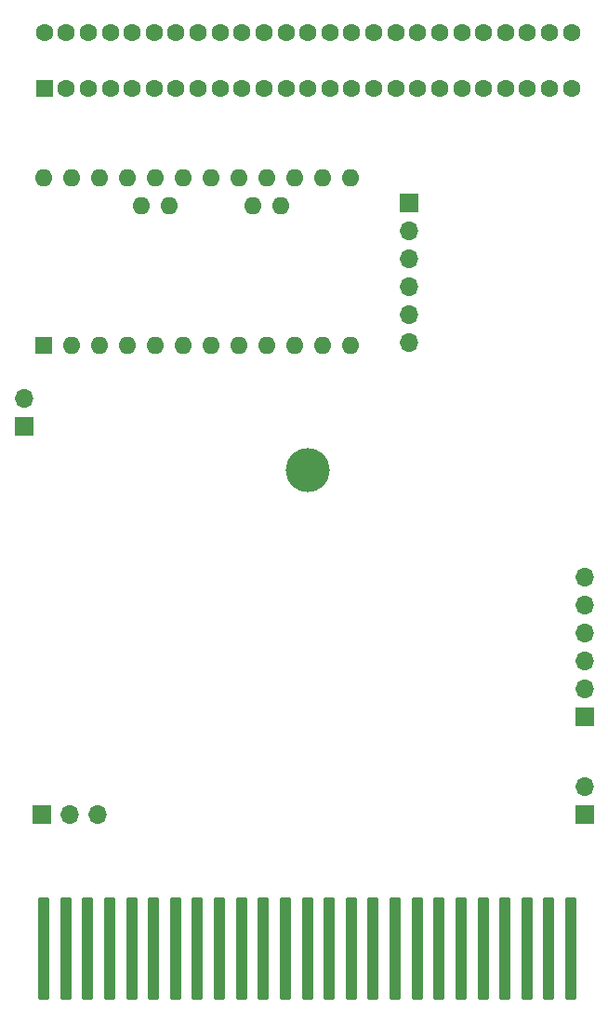
<source format=gbs>
G04 #@! TF.GenerationSoftware,KiCad,Pcbnew,(6.0.11)*
G04 #@! TF.CreationDate,2024-06-19T21:48:16+02:00*
G04 #@! TF.ProjectId,tcbm2sd,7463626d-3273-4642-9e6b-696361645f70,1.0*
G04 #@! TF.SameCoordinates,Original*
G04 #@! TF.FileFunction,Soldermask,Bot*
G04 #@! TF.FilePolarity,Negative*
%FSLAX46Y46*%
G04 Gerber Fmt 4.6, Leading zero omitted, Abs format (unit mm)*
G04 Created by KiCad (PCBNEW (6.0.11)) date 2024-06-19 21:48:16*
%MOMM*%
%LPD*%
G01*
G04 APERTURE LIST*
G04 Aperture macros list*
%AMRoundRect*
0 Rectangle with rounded corners*
0 $1 Rounding radius*
0 $2 $3 $4 $5 $6 $7 $8 $9 X,Y pos of 4 corners*
0 Add a 4 corners polygon primitive as box body*
4,1,4,$2,$3,$4,$5,$6,$7,$8,$9,$2,$3,0*
0 Add four circle primitives for the rounded corners*
1,1,$1+$1,$2,$3*
1,1,$1+$1,$4,$5*
1,1,$1+$1,$6,$7*
1,1,$1+$1,$8,$9*
0 Add four rect primitives between the rounded corners*
20,1,$1+$1,$2,$3,$4,$5,0*
20,1,$1+$1,$4,$5,$6,$7,0*
20,1,$1+$1,$6,$7,$8,$9,0*
20,1,$1+$1,$8,$9,$2,$3,0*%
G04 Aperture macros list end*
%ADD10R,1.700000X1.700000*%
%ADD11O,1.700000X1.700000*%
%ADD12R,1.600000X1.600000*%
%ADD13O,1.600000X1.600000*%
%ADD14C,1.600000*%
%ADD15C,4.000000*%
%ADD16RoundRect,0.163300X-0.337500X-4.512500X0.337500X-4.512500X0.337500X4.512500X-0.337500X4.512500X0*%
G04 APERTURE END LIST*
D10*
X124348000Y-133351300D03*
D11*
X126888000Y-133351300D03*
X129428000Y-133351300D03*
D10*
X173731000Y-133350000D03*
D11*
X173731000Y-130810000D03*
D10*
X173736000Y-124460000D03*
D11*
X173736000Y-121920000D03*
X173736000Y-119380000D03*
X173736000Y-116840000D03*
X173736000Y-114300000D03*
X173736000Y-111760000D03*
D12*
X124460000Y-90678000D03*
D13*
X127000000Y-90678000D03*
X129540000Y-90678000D03*
X132080000Y-90678000D03*
X134620000Y-90678000D03*
X137160000Y-90678000D03*
X139700000Y-90678000D03*
X142240000Y-90678000D03*
X144780000Y-90678000D03*
X147320000Y-90678000D03*
X149860000Y-90678000D03*
X152400000Y-90678000D03*
X152400000Y-75438000D03*
X149860000Y-75438000D03*
X147320000Y-75438000D03*
X144780000Y-75438000D03*
X142240000Y-75438000D03*
X139700000Y-75438000D03*
X137160000Y-75438000D03*
X134620000Y-75438000D03*
X132080000Y-75438000D03*
X129540000Y-75438000D03*
X127000000Y-75438000D03*
X124460000Y-75438000D03*
X135890000Y-77978000D03*
X133350000Y-77978000D03*
X146050000Y-77978000D03*
X143510000Y-77978000D03*
D10*
X157734000Y-77724000D03*
D11*
X157734000Y-80264000D03*
X157734000Y-82804000D03*
X157734000Y-85344000D03*
X157734000Y-87884000D03*
X157734000Y-90424000D03*
D12*
X124556000Y-67330000D03*
D14*
X126556000Y-67330000D03*
X128556000Y-67330000D03*
X130556000Y-67330000D03*
X132556000Y-67330000D03*
X134556000Y-67330000D03*
X136556000Y-67330000D03*
X138556000Y-67330000D03*
X140556000Y-67330000D03*
X142556000Y-67330000D03*
X144556000Y-67330000D03*
X146556000Y-67330000D03*
X148556000Y-67330000D03*
X150556000Y-67330000D03*
X152556000Y-67330000D03*
X154556000Y-67330000D03*
X156556000Y-67330000D03*
X158556000Y-67330000D03*
X160556000Y-67330000D03*
X162556000Y-67330000D03*
X164556000Y-67330000D03*
X166556000Y-67330000D03*
X168556000Y-67330000D03*
X170556000Y-67330000D03*
X172556000Y-67330000D03*
X124556000Y-62230000D03*
X168556000Y-62230000D03*
X126556000Y-62230000D03*
X170556000Y-62230000D03*
X128556000Y-62230000D03*
X172556000Y-62230000D03*
X130556000Y-62230000D03*
X132556000Y-62230000D03*
X134556000Y-62230000D03*
X136556000Y-62230000D03*
X138556000Y-62230000D03*
X140556000Y-62230000D03*
X142556000Y-62230000D03*
X144556000Y-62230000D03*
X146556000Y-62230000D03*
X148556000Y-62230000D03*
X150556000Y-62230000D03*
X152556000Y-62230000D03*
X154556000Y-62230000D03*
X156556000Y-62230000D03*
X158556000Y-62230000D03*
X160556000Y-62230000D03*
X162556000Y-62230000D03*
X164556000Y-62230000D03*
X166556000Y-62230000D03*
D10*
X122682000Y-98044000D03*
D11*
X122682000Y-95504000D03*
D15*
X148501100Y-102003600D03*
D16*
X124501100Y-145503600D03*
X168501100Y-145503600D03*
X126501100Y-145503600D03*
X170501100Y-145503600D03*
X128501100Y-145503600D03*
X172501100Y-145503600D03*
X130501100Y-145503600D03*
X132501100Y-145503600D03*
X134501100Y-145503600D03*
X136501100Y-145503600D03*
X138501100Y-145503600D03*
X140501100Y-145503600D03*
X142501100Y-145503600D03*
X144501100Y-145503600D03*
X146501100Y-145503600D03*
X148501100Y-145503600D03*
X150501100Y-145503600D03*
X152501100Y-145503600D03*
X154501100Y-145503600D03*
X156501100Y-145503600D03*
X158501100Y-145503600D03*
X160501100Y-145503600D03*
X162501100Y-145503600D03*
X164501100Y-145503600D03*
X166501100Y-145503600D03*
M02*

</source>
